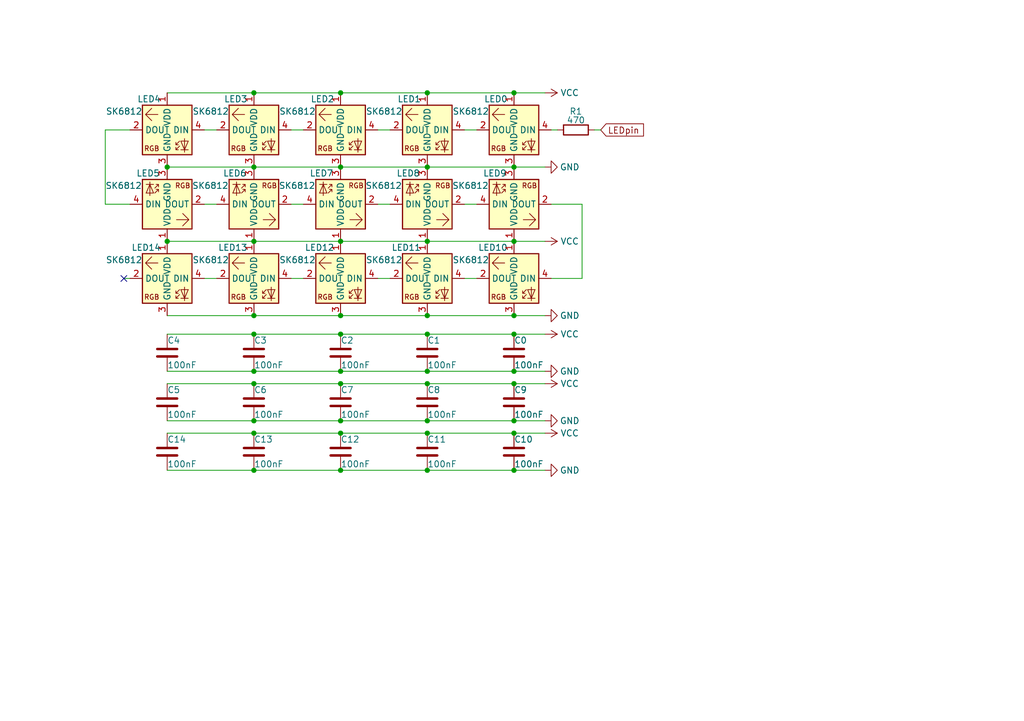
<source format=kicad_sch>
(kicad_sch (version 20211123) (generator eeschema)
  (paper "A5")
  (lib_symbols
    (symbol "Custom_Parts:DY-S352818{slash}6812-2T"
      (property "Reference" "LED" (at 1.778 6.35 0))
      (property "Value" "DY-S352818{slash}6812-2T" (at 5.08 3.81 0))
      (symbol "DY-S352818{slash}6812-2T_0_0"
        (polyline (pts (xy -4.318 -4.064) (xy -2.794 -4.064)))
        (polyline (pts (xy -3.556 -1.778) (xy -3.556 -4.572)))
        (polyline (pts (xy -4.318 -2.286) (xy -2.794 -2.286) (xy -3.556 -4.064) (xy -4.318 -2.286)))
        (polyline (pts (xy -2.54 -3.302) (xy -1.778 -4.064) (xy -2.286 -4.064) (xy -1.778 -4.064) (xy -1.778 -3.556)))
        (polyline (pts (xy -2.54 -2.286) (xy -1.778 -3.048) (xy -2.286 -3.048) (xy -1.778 -3.048) (xy -1.778 -2.54)))
        (polyline (pts (xy 1.905 3.175) (xy 4.445 3.175) (xy 3.175 1.905) (xy 4.445 3.175) (xy 3.175 4.445)))
        (text "RGB" (at 3.175 -3.81 0) (effects (font (size 1.016 1.016))))
      )
      (symbol "DY-S352818{slash}6812-2T_0_1"
        (rectangle (start 5.08 5.08) (end -5.08 -5.08) (stroke (width 0.254)) (fill (type background)))
        (pin power_in line (at 0 7.62 270) (length 2.54) (name "VDD") (number "1"))
        (pin output line (at 7.62 0 180) (length 2.54) (name "DOUT") (number "2"))
        (pin power_in line (at 0 -7.62 90) (length 2.54) (name "GND") (number "3"))
        (pin input line (at -7.62 0 0) (length 2.54) (name "DIN") (number "4"))
      )
    )
    (symbol "Device:C" (pin_numbers hide) (pin_names (offset 0.254))
      (property "Reference" "C" (at 0.635 2.54 0))
      (property "Value" "C" (at 0.635 -2.54 0))
      (symbol "C_0_1"
        (polyline (pts (xy -2.032 -0.762) (xy 2.032 -0.762)) (stroke (width 0.508)))
        (polyline (pts (xy -2.032 0.762) (xy 2.032 0.762)) (stroke (width 0.508)))
      )
      (symbol "C_1_1"
        (pin passive line (at 0 3.81 270) (length 2.794) (name "~") (number "1"))
        (pin passive line (at 0 -3.81 90) (length 2.794) (name "~") (number "2"))
      )
    )
    (symbol "Device:R" (pin_numbers hide) (pin_names (offset 0))
      (property "Reference" "R" (at 2.032 0 90))
      (property "Value" "R" (at 0 0 90))
      (symbol "R_0_1"
        (rectangle (start -1.016 -2.54) (end 1.016 2.54) (stroke (width 0.254)))
      )
      (symbol "R_1_1"
        (pin passive line (at 0 3.81 270) (length 1.27) (name "~") (number "1"))
        (pin passive line (at 0 -3.81 90) (length 1.27) (name "~") (number "2"))
      )
    )
    (symbol "power:GND" (power) (pin_names (offset 0))
      (property "Value" "GND" (at 0 -3.81 0))
      (symbol "GND_0_1"
        (polyline (pts (xy 0 0) (xy 0 -1.27) (xy 1.27 -1.27) (xy 0 -2.54) (xy -1.27 -1.27) (xy 0 -1.27)))
      )
      (symbol "GND_1_1"
        (pin power_in line (at 0 0 270) (length 0) hide (name "GND") (number "1"))
      )
    )
    (symbol "power:VCC" (power) (pin_names (offset 0))
      (property "Value" "VCC" (at 0 3.81 0))
      (symbol "VCC_0_1"
        (polyline (pts (xy -0.762 1.27) (xy 0 2.54)))
        (polyline (pts (xy 0 0) (xy 0 2.54)))
        (polyline (pts (xy 0 2.54) (xy 0.762 1.27)))
      )
      (symbol "VCC_1_1"
        (pin power_in line (at 0 0 90) (length 0) hide (name "VCC") (number "1"))
      )
    )
  )
  (junction (at 105.41 68.58))
  (junction (at 87.63 64.77))
  (junction (at 87.63 88.9))
  (junction (at 52.07 78.74))
  (junction (at 69.85 96.52))
  (junction (at 52.07 19.05))
  (junction (at 52.07 49.53))
  (junction (at 87.63 19.05))
  (junction (at 52.07 34.29))
  (junction (at 52.07 68.58))
  (junction (at 87.63 86.36))
  (junction (at 69.85 76.2))
  (junction (at 52.07 88.9))
  (junction (at 69.85 68.58))
  (junction (at 69.85 88.9))
  (junction (at 105.41 78.74))
  (junction (at 69.85 19.05))
  (junction (at 69.85 86.36))
  (junction (at 69.85 34.29))
  (junction (at 52.07 96.52))
  (junction (at 34.29 49.53))
  (junction (at 52.07 64.77))
  (junction (at 105.41 34.29))
  (junction (at 52.07 86.36))
  (junction (at 34.29 34.29))
  (junction (at 87.63 68.58))
  (junction (at 52.07 76.2))
  (junction (at 87.63 76.2))
  (junction (at 105.41 76.2))
  (junction (at 87.63 96.52))
  (junction (at 69.85 64.77))
  (junction (at 105.41 64.77))
  (junction (at 105.41 86.36))
  (junction (at 69.85 78.74))
  (junction (at 105.41 96.52))
  (junction (at 105.41 49.53))
  (junction (at 105.41 88.9))
  (junction (at 87.63 49.53))
  (junction (at 69.85 49.53))
  (junction (at 87.63 34.29))
  (junction (at 105.41 19.05))
  (junction (at 87.63 78.74))
  (no_connect (at 25.4 57.15))
  (wire (pts (xy 105.41 19.05) (xy 87.63 19.05)))
  (wire (pts (xy 59.69 41.91) (xy 62.23 41.91)))
  (wire (pts (xy 87.63 68.58) (xy 105.41 68.58)))
  (wire (pts (xy 87.63 96.52) (xy 105.41 96.52)))
  (wire (pts (xy 105.41 49.53) (xy 87.63 49.53)))
  (wire (pts (xy 113.03 57.15) (xy 119.38 57.15)))
  (wire (pts (xy 34.29 76.2) (xy 52.07 76.2)))
  (wire (pts (xy 62.23 26.67) (xy 59.69 26.67)))
  (wire (pts (xy 34.29 86.36) (xy 52.07 86.36)))
  (wire (pts (xy 69.85 88.9) (xy 87.63 88.9)))
  (wire (pts (xy 69.85 78.74) (xy 87.63 78.74)))
  (wire (pts (xy 80.01 57.15) (xy 77.47 57.15)))
  (wire (pts (xy 69.85 86.36) (xy 87.63 86.36)))
  (wire (pts (xy 69.85 34.29) (xy 52.07 34.29)))
  (wire (pts (xy 111.76 34.29) (xy 105.41 34.29)))
  (wire (pts (xy 105.41 34.29) (xy 87.63 34.29)))
  (wire (pts (xy 52.07 86.36) (xy 69.85 86.36)))
  (wire (pts (xy 105.41 88.9) (xy 111.76 88.9)))
  (wire (pts (xy 97.79 57.15) (xy 95.25 57.15)))
  (wire (pts (xy 105.41 68.58) (xy 111.76 68.58)))
  (wire (pts (xy 21.59 41.91) (xy 26.67 41.91)))
  (wire (pts (xy 34.29 78.74) (xy 52.07 78.74)))
  (wire (pts (xy 34.29 34.29) (xy 52.07 34.29)))
  (wire (pts (xy 26.67 26.67) (xy 21.59 26.67)))
  (wire (pts (xy 44.45 41.91) (xy 41.91 41.91)))
  (wire (pts (xy 87.63 19.05) (xy 69.85 19.05)))
  (wire (pts (xy 69.85 64.77) (xy 52.07 64.77)))
  (wire (pts (xy 21.59 26.67) (xy 21.59 41.91)))
  (wire (pts (xy 95.25 41.91) (xy 97.79 41.91)))
  (wire (pts (xy 105.41 76.2) (xy 111.76 76.2)))
  (wire (pts (xy 34.29 96.52) (xy 52.07 96.52)))
  (wire (pts (xy 87.63 64.77) (xy 69.85 64.77)))
  (wire (pts (xy 119.38 41.91) (xy 113.03 41.91)))
  (wire (pts (xy 111.76 64.77) (xy 105.41 64.77)))
  (wire (pts (xy 44.45 26.67) (xy 41.91 26.67)))
  (wire (pts (xy 105.41 78.74) (xy 111.76 78.74)))
  (wire (pts (xy 114.3 26.67) (xy 113.03 26.67)))
  (wire (pts (xy 87.63 88.9) (xy 105.41 88.9)))
  (wire (pts (xy 52.07 49.53) (xy 34.29 49.53)))
  (wire (pts (xy 80.01 26.67) (xy 77.47 26.67)))
  (wire (pts (xy 105.41 64.77) (xy 87.63 64.77)))
  (wire (pts (xy 97.79 26.67) (xy 95.25 26.67)))
  (wire (pts (xy 41.91 57.15) (xy 44.45 57.15)))
  (wire (pts (xy 69.85 68.58) (xy 87.63 68.58)))
  (wire (pts (xy 87.63 49.53) (xy 69.85 49.53)))
  (wire (pts (xy 52.07 96.52) (xy 69.85 96.52)))
  (wire (pts (xy 111.76 49.53) (xy 105.41 49.53)))
  (wire (pts (xy 69.85 49.53) (xy 52.07 49.53)))
  (wire (pts (xy 105.41 96.52) (xy 111.76 96.52)))
  (wire (pts (xy 123.19 26.67) (xy 121.92 26.67)))
  (wire (pts (xy 52.07 19.05) (xy 34.29 19.05)))
  (wire (pts (xy 52.07 68.58) (xy 69.85 68.58)))
  (wire (pts (xy 34.29 68.58) (xy 52.07 68.58)))
  (wire (pts (xy 69.85 76.2) (xy 87.63 76.2)))
  (wire (pts (xy 77.47 41.91) (xy 80.01 41.91)))
  (wire (pts (xy 87.63 34.29) (xy 69.85 34.29)))
  (wire (pts (xy 52.07 78.74) (xy 69.85 78.74)))
  (wire (pts (xy 87.63 86.36) (xy 105.41 86.36)))
  (wire (pts (xy 69.85 96.52) (xy 87.63 96.52)))
  (wire (pts (xy 87.63 76.2) (xy 105.41 76.2)))
  (wire (pts (xy 111.76 19.05) (xy 105.41 19.05)))
  (wire (pts (xy 25.4 57.15) (xy 26.67 57.15)))
  (wire (pts (xy 87.63 78.74) (xy 105.41 78.74)))
  (wire (pts (xy 119.38 57.15) (xy 119.38 41.91)))
  (wire (pts (xy 34.29 88.9) (xy 52.07 88.9)))
  (wire (pts (xy 69.85 19.05) (xy 52.07 19.05)))
  (wire (pts (xy 62.23 57.15) (xy 59.69 57.15)))
  (wire (pts (xy 52.07 76.2) (xy 69.85 76.2)))
  (wire (pts (xy 105.41 86.36) (xy 111.76 86.36)))
  (wire (pts (xy 52.07 64.77) (xy 34.29 64.77)))
  (wire (pts (xy 52.07 88.9) (xy 69.85 88.9)))
  (global_label "LEDpin" (shape input) (at 123.19 26.67 0) (property "Intersheet References" "${INTERSHEET_REFS}" (effects hide)))
  (symbol (lib_id "Custom_Parts:DY-S352818{slash}6812-2T") (at 52.07 57.15 0) (mirror y) (unit 1)
    (property "Reference" "LED13" (at 50.8 50.8 0) (effects (justify left)))
    (property "Value" "SK6812" (at 46.99 53.34 0) (effects (justify left)))
    (property "Footprint" "Custom_Parts:DY-S352818-6812-2T" (effects hide))
    (property "Datasheet" "https://www.lcsc.com/product-detail/C524051.html" (effects hide))
    (property "Part#" "C524051" (effects hide))
    (property "Supplier" "LCSC" (effects hide))
  )
  (symbol (lib_id "Custom_Parts:DY-S352818{slash}6812-2T") (at 52.07 41.91 0) (mirror x) (unit 1)
    (property "Reference" "LED6" (at 45.72 35.56 0) (effects (justify left)))
    (property "Value" "SK6812" (at 39.37 38.1 0) (effects (justify left)))
    (property "Footprint" "Custom_Parts:DY-S352818-6812-2T" (effects hide))
    (property "Datasheet" "https://www.lcsc.com/product-detail/C524051.html" (effects hide))
    (property "Part#" "C524051" (effects hide))
    (property "Supplier" "LCSC" (effects hide))
  )
  (symbol (lib_id "Device:C") (at 87.63 82.55 0) (unit 1)
    (property "Reference" "C8" (at 87.63 80.01 0) (effects (justify left)))
    (property "Value" "100nF" (at 87.63 85.09 0) (effects (justify left)))
    (property "Footprint" "Capacitor_SMD:C_0603_1608Metric_Pad1.08x0.95mm_HandSolder" (effects hide))
    (property "Datasheet" "https://www.lcsc.com/product-detail/C694249.html" (effects hide))
    (property "Part#" "C694249" (effects hide))
    (property "Supplier" "LCSC" (effects hide))
  )
  (symbol (lib_id "Custom_Parts:DY-S352818{slash}6812-2T") (at 87.63 26.67 0) (mirror y) (unit 1)
    (property "Reference" "LED1" (at 86.36 20.32 0) (effects (justify left)))
    (property "Value" "SK6812" (at 82.55 22.86 0) (effects (justify left)))
    (property "Footprint" "Custom_Parts:DY-S352818-6812-2T" (effects hide))
    (property "Datasheet" "https://www.lcsc.com/product-detail/C524051.html" (effects hide))
    (property "Part#" "C524051" (effects hide))
    (property "Supplier" "LCSC" (effects hide))
  )
  (symbol (lib_id "Device:C") (at 52.07 72.39 0) (unit 1)
    (property "Reference" "C3" (at 52.07 69.85 0) (effects (justify left)))
    (property "Value" "100nF" (at 52.07 74.93 0) (effects (justify left)))
    (property "Footprint" "Capacitor_SMD:C_0603_1608Metric_Pad1.08x0.95mm_HandSolder" (effects hide))
    (property "Datasheet" "https://www.lcsc.com/product-detail/C694249.html" (effects hide))
    (property "Part#" "C694249" (effects hide))
    (property "Supplier" "LCSC" (effects hide))
  )
  (symbol (lib_id "Device:C") (at 105.41 72.39 0) (unit 1)
    (property "Reference" "C0" (at 105.41 69.85 0) (effects (justify left)))
    (property "Value" "100nF" (at 105.41 74.93 0) (effects (justify left)))
    (property "Footprint" "Capacitor_SMD:C_0603_1608Metric_Pad1.08x0.95mm_HandSolder" (effects hide))
    (property "Datasheet" "https://www.lcsc.com/product-detail/C694249.html" (effects hide))
    (property "Part#" "C694249" (effects hide))
    (property "Supplier" "LCSC" (effects hide))
  )
  (symbol (lib_id "Custom_Parts:DY-S352818{slash}6812-2T") (at 87.63 57.15 0) (mirror y) (unit 1)
    (property "Reference" "LED11" (at 86.36 50.8 0) (effects (justify left)))
    (property "Value" "SK6812" (at 82.55 53.34 0) (effects (justify left)))
    (property "Footprint" "Custom_Parts:DY-S352818-6812-2T" (effects hide))
    (property "Datasheet" "https://www.lcsc.com/product-detail/C524051.html" (effects hide))
    (property "Part#" "C524051" (effects hide))
    (property "Supplier" "LCSC" (effects hide))
  )
  (symbol (lib_id "power:GND") (at 111.76 34.29 90) (mirror x) (unit 1)
    (property "Reference" "#PWR?" (effects hide))
    (property "Value" "GND" (at 116.84 34.29 90))
  )
  (symbol (lib_id "Custom_Parts:DY-S352818{slash}6812-2T") (at 87.63 41.91 0) (mirror x) (unit 1)
    (property "Reference" "LED8" (at 81.28 35.56 0) (effects (justify left)))
    (property "Value" "SK6812" (at 74.93 38.1 0) (effects (justify left)))
    (property "Footprint" "Custom_Parts:DY-S352818-6812-2T" (effects hide))
    (property "Datasheet" "https://www.lcsc.com/product-detail/C524051.html" (effects hide))
    (property "Part#" "C524051" (effects hide))
    (property "Supplier" "LCSC" (effects hide))
  )
  (symbol (lib_id "Device:C") (at 87.63 72.39 0) (unit 1)
    (property "Reference" "C1" (at 87.63 69.85 0) (effects (justify left)))
    (property "Value" "100nF" (at 87.63 74.93 0) (effects (justify left)))
    (property "Footprint" "Capacitor_SMD:C_0603_1608Metric_Pad1.08x0.95mm_HandSolder" (effects hide))
    (property "Datasheet" "https://www.lcsc.com/product-detail/C694249.html" (effects hide))
    (property "Part#" "C694249" (effects hide))
    (property "Supplier" "LCSC" (effects hide))
  )
  (symbol (lib_id "Device:C") (at 52.07 82.55 0) (unit 1)
    (property "Reference" "C6" (at 52.07 80.01 0) (effects (justify left)))
    (property "Value" "100nF" (at 52.07 85.09 0) (effects (justify left)))
    (property "Footprint" "Capacitor_SMD:C_0603_1608Metric_Pad1.08x0.95mm_HandSolder" (effects hide))
    (property "Datasheet" "https://www.lcsc.com/product-detail/C694249.html" (effects hide))
    (property "Part#" "C694249" (effects hide))
    (property "Supplier" "LCSC" (effects hide))
  )
  (symbol (lib_id "Device:C") (at 105.41 82.55 0) (unit 1)
    (property "Reference" "C9" (at 105.41 80.01 0) (effects (justify left)))
    (property "Value" "100nF" (at 105.41 85.09 0) (effects (justify left)))
    (property "Footprint" "Capacitor_SMD:C_0603_1608Metric_Pad1.08x0.95mm_HandSolder" (effects hide))
    (property "Datasheet" "https://www.lcsc.com/product-detail/C694249.html" (effects hide))
    (property "Part#" "C694249" (effects hide))
    (property "Supplier" "LCSC" (effects hide))
  )
  (symbol (lib_id "Device:C") (at 34.29 92.71 0) (unit 1)
    (property "Reference" "C14" (at 34.29 90.17 0) (effects (justify left)))
    (property "Value" "100nF" (at 34.29 95.25 0) (effects (justify left)))
    (property "Footprint" "Capacitor_SMD:C_0603_1608Metric_Pad1.08x0.95mm_HandSolder" (effects hide))
    (property "Datasheet" "https://www.lcsc.com/product-detail/C694249.html" (effects hide))
    (property "Part#" "C694249" (effects hide))
    (property "Supplier" "LCSC" (effects hide))
  )
  (symbol (lib_id "Custom_Parts:DY-S352818{slash}6812-2T") (at 69.85 41.91 0) (mirror x) (unit 1)
    (property "Reference" "LED7" (at 63.5 35.56 0) (effects (justify left)))
    (property "Value" "SK6812" (at 57.15 38.1 0) (effects (justify left)))
    (property "Footprint" "Custom_Parts:DY-S352818-6812-2T" (effects hide))
    (property "Datasheet" "https://www.lcsc.com/product-detail/C524051.html" (effects hide))
    (property "Part#" "C524051" (effects hide))
    (property "Supplier" "LCSC" (effects hide))
  )
  (symbol (lib_id "Device:R") (at 118.11 26.67 90) (mirror x) (unit 1)
    (property "Reference" "R1" (at 118.11 22.86 90))
    (property "Value" "470" (at 118.11 25.4 90) (effects (justify bottom)))
    (property "Footprint" "Resistor_SMD:R_0603_1608Metric_Pad0.98x0.95mm_HandSolder" (effects hide))
    (property "Datasheet" "https://www.lcsc.com/product-detail/C23179.html" (effects hide))
    (property "Part#" "C23179" (effects hide))
    (property "Supplier" "LCSC" (effects hide))
  )
  (symbol (lib_id "power:VCC") (at 111.76 49.53 270) (mirror x) (unit 1)
    (property "Reference" "#PWR?" (effects hide))
    (property "Value" "VCC" (at 116.84 49.53 90))
  )
  (symbol (lib_id "power:VCC") (at 111.76 68.58 270) (unit 1)
    (property "Reference" "#PWR?" (effects hide))
    (property "Value" "VCC" (at 116.84 68.58 90))
  )
  (symbol (lib_id "Custom_Parts:DY-S352818{slash}6812-2T") (at 105.41 26.67 0) (mirror y) (unit 1)
    (property "Reference" "LED0" (at 104.14 20.32 0) (effects (justify left)))
    (property "Value" "SK6812" (at 100.33 22.86 0) (effects (justify left)))
    (property "Footprint" "Custom_Parts:DY-S352818-6812-2T" (effects hide))
    (property "Datasheet" "https://www.lcsc.com/product-detail/C524051.html" (effects hide))
    (property "Part#" "C524051" (effects hide))
    (property "Supplier" "LCSC" (effects hide))
  )
  (symbol (lib_id "Device:C") (at 34.29 72.39 0) (unit 1)
    (property "Reference" "C4" (at 34.29 69.85 0) (effects (justify left)))
    (property "Value" "100nF" (at 34.29 74.93 0) (effects (justify left)))
    (property "Footprint" "Capacitor_SMD:C_0603_1608Metric_Pad1.08x0.95mm_HandSolder" (effects hide))
    (property "Datasheet" "https://www.lcsc.com/product-detail/C694249.html" (effects hide))
    (property "Part#" "C694249" (effects hide))
    (property "Supplier" "LCSC" (effects hide))
  )
  (symbol (lib_id "power:VCC") (at 111.76 78.74 270) (unit 1)
    (property "Reference" "#PWR?" (effects hide))
    (property "Value" "VCC" (at 116.84 78.74 90))
  )
  (symbol (lib_id "power:GND") (at 111.76 86.36 90) (unit 1)
    (property "Reference" "#PWR?" (effects hide))
    (property "Value" "GND" (at 116.84 86.36 90))
  )
  (symbol (lib_id "power:GND") (at 111.76 96.52 90) (unit 1)
    (property "Reference" "#PWR?" (effects hide))
    (property "Value" "GND" (at 116.84 96.52 90))
  )
  (symbol (lib_id "Device:C") (at 69.85 72.39 0) (unit 1)
    (property "Reference" "C2" (at 69.85 69.85 0) (effects (justify left)))
    (property "Value" "100nF" (at 69.85 74.93 0) (effects (justify left)))
    (property "Footprint" "Capacitor_SMD:C_0603_1608Metric_Pad1.08x0.95mm_HandSolder" (effects hide))
    (property "Datasheet" "https://www.lcsc.com/product-detail/C694249.html" (effects hide))
    (property "Part#" "C694249" (effects hide))
    (property "Supplier" "LCSC" (effects hide))
  )
  (symbol (lib_id "Device:C") (at 34.29 82.55 0) (unit 1)
    (property "Reference" "C5" (at 34.29 80.01 0) (effects (justify left)))
    (property "Value" "100nF" (at 34.29 85.09 0) (effects (justify left)))
    (property "Footprint" "Capacitor_SMD:C_0603_1608Metric_Pad1.08x0.95mm_HandSolder" (effects hide))
    (property "Datasheet" "https://www.lcsc.com/product-detail/C694249.html" (effects hide))
    (property "Part#" "C694249" (effects hide))
    (property "Supplier" "LCSC" (effects hide))
  )
  (symbol (lib_id "power:VCC") (at 111.76 88.9 270) (unit 1)
    (property "Reference" "#PWR?" (effects hide))
    (property "Value" "VCC" (at 116.84 88.9 90))
  )
  (symbol (lib_id "Device:C") (at 69.85 82.55 0) (unit 1)
    (property "Reference" "C7" (at 69.85 80.01 0) (effects (justify left)))
    (property "Value" "100nF" (at 69.85 85.09 0) (effects (justify left)))
    (property "Footprint" "Capacitor_SMD:C_0603_1608Metric_Pad1.08x0.95mm_HandSolder" (effects hide))
    (property "Datasheet" "https://www.lcsc.com/product-detail/C694249.html" (effects hide))
    (property "Part#" "C694249" (effects hide))
    (property "Supplier" "LCSC" (effects hide))
  )
  (symbol (lib_id "Device:C") (at 52.07 92.71 0) (unit 1)
    (property "Reference" "C13" (at 52.07 90.17 0) (effects (justify left)))
    (property "Value" "100nF" (at 52.07 95.25 0) (effects (justify left)))
    (property "Footprint" "Capacitor_SMD:C_0603_1608Metric_Pad1.08x0.95mm_HandSolder" (effects hide))
    (property "Datasheet" "https://www.lcsc.com/product-detail/C694249.html" (effects hide))
    (property "Part#" "C694249" (effects hide))
    (property "Supplier" "LCSC" (effects hide))
  )
  (symbol (lib_id "Custom_Parts:DY-S352818{slash}6812-2T") (at 105.41 57.15 0) (mirror y) (unit 1)
    (property "Reference" "LED10" (at 104.14 50.8 0) (effects (justify left)))
    (property "Value" "SK6812" (at 100.33 53.34 0) (effects (justify left)))
    (property "Footprint" "Custom_Parts:DY-S352818-6812-2T" (effects hide))
    (property "Datasheet" "https://www.lcsc.com/product-detail/C524051.html" (effects hide))
    (property "Part#" "C524051" (effects hide))
    (property "Supplier" "LCSC" (effects hide))
  )
  (symbol (lib_id "Device:C") (at 69.85 92.71 0) (unit 1)
    (property "Reference" "C12" (at 69.85 90.17 0) (effects (justify left)))
    (property "Value" "100nF" (at 69.85 95.25 0) (effects (justify left)))
    (property "Footprint" "Capacitor_SMD:C_0603_1608Metric_Pad1.08x0.95mm_HandSolder" (effects hide))
    (property "Datasheet" "https://www.lcsc.com/product-detail/C694249.html" (effects hide))
    (property "Part#" "C694249" (effects hide))
    (property "Supplier" "LCSC" (effects hide))
  )
  (symbol (lib_id "Custom_Parts:DY-S352818{slash}6812-2T") (at 34.29 41.91 0) (mirror x) (unit 1)
    (property "Reference" "LED5" (at 27.94 35.56 0) (effects (justify left)))
    (property "Value" "SK6812" (at 21.59 38.1 0) (effects (justify left)))
    (property "Footprint" "Custom_Parts:DY-S352818-6812-2T" (effects hide))
    (property "Datasheet" "https://www.lcsc.com/product-detail/C524051.html" (effects hide))
    (property "Part#" "C524051" (effects hide))
    (property "Supplier" "LCSC" (effects hide))
  )
  (symbol (lib_id "Custom_Parts:DY-S352818{slash}6812-2T") (at 34.29 57.15 0) (mirror y) (unit 1)
    (property "Reference" "LED14" (at 33.02 50.8 0) (effects (justify left)))
    (property "Value" "SK6812" (at 29.21 53.34 0) (effects (justify left)))
    (property "Footprint" "Custom_Parts:DY-S352818-6812-2T" (effects hide))
    (property "Datasheet" "https://www.lcsc.com/product-detail/C524051.html" (effects hide))
    (property "Part#" "C524051" (effects hide))
    (property "Supplier" "LCSC" (effects hide))
  )
  (symbol (lib_id "Device:C") (at 105.41 92.71 0) (unit 1)
    (property "Reference" "C10" (at 105.41 90.17 0) (effects (justify left)))
    (property "Value" "100nF" (at 105.41 95.25 0) (effects (justify left)))
    (property "Footprint" "Capacitor_SMD:C_0603_1608Metric_Pad1.08x0.95mm_HandSolder" (effects hide))
    (property "Datasheet" "https://www.lcsc.com/product-detail/C694249.html" (effects hide))
    (property "Part#" "C694249" (effects hide))
    (property "Supplier" "LCSC" (effects hide))
  )
  (symbol (lib_id "power:VCC") (at 111.76 19.05 270) (mirror x) (unit 1)
    (property "Reference" "#PWR?" (effects hide))
    (property "Value" "VCC" (at 116.84 19.05 90))
  )
  (symbol (lib_id "Custom_Parts:DY-S352818{slash}6812-2T") (at 52.07 26.67 0) (mirror y) (unit 1)
    (property "Reference" "LED3" (at 50.8 20.32 0) (effects (justify left)))
    (property "Value" "SK6812" (at 46.99 22.86 0) (effects (justify left)))
    (property "Footprint" "Custom_Parts:DY-S352818-6812-2T" (effects hide))
    (property "Datasheet" "https://www.lcsc.com/product-detail/C524051.html" (effects hide))
    (property "Part#" "C524051" (effects hide))
    (property "Supplier" "LCSC" (effects hide))
  )
  (symbol (lib_id "power:GND") (at 111.76 64.77 90) (mirror x) (unit 1)
    (property "Reference" "#PWR?" (effects hide))
    (property "Value" "GND" (at 116.84 64.77 90))
  )
  (symbol (lib_id "Custom_Parts:DY-S352818{slash}6812-2T") (at 69.85 57.15 0) (mirror y) (unit 1)
    (property "Reference" "LED12" (at 68.58 50.8 0) (effects (justify left)))
    (property "Value" "SK6812" (at 64.77 53.34 0) (effects (justify left)))
    (property "Footprint" "Custom_Parts:DY-S352818-6812-2T" (effects hide))
    (property "Datasheet" "https://www.lcsc.com/product-detail/C524051.html" (effects hide))
    (property "Part#" "C524051" (effects hide))
    (property "Supplier" "LCSC" (effects hide))
  )
  (symbol (lib_id "Custom_Parts:DY-S352818{slash}6812-2T") (at 69.85 26.67 0) (mirror y) (unit 1)
    (property "Reference" "LED2" (at 68.58 20.32 0) (effects (justify left)))
    (property "Value" "SK6812" (at 64.77 22.86 0) (effects (justify left)))
    (property "Footprint" "Custom_Parts:DY-S352818-6812-2T" (effects hide))
    (property "Datasheet" "https://www.lcsc.com/product-detail/C524051.html" (effects hide))
    (property "Part#" "C524051" (effects hide))
    (property "Supplier" "LCSC" (effects hide))
  )
  (symbol (lib_id "Device:C") (at 87.63 92.71 0) (unit 1)
    (property "Reference" "C11" (at 87.63 90.17 0) (effects (justify left)))
    (property "Value" "100nF" (at 87.63 95.25 0) (effects (justify left)))
    (property "Footprint" "Capacitor_SMD:C_0603_1608Metric_Pad1.08x0.95mm_HandSolder" (effects hide))
    (property "Datasheet" "https://www.lcsc.com/product-detail/C694249.html" (effects hide))
    (property "Part#" "C694249" (effects hide))
    (property "Supplier" "LCSC" (effects hide))
  )
  (symbol (lib_id "Custom_Parts:DY-S352818{slash}6812-2T") (at 105.41 41.91 0) (mirror x) (unit 1)
    (property "Reference" "LED9" (at 99.06 35.56 0) (effects (justify left)))
    (property "Value" "SK6812" (at 92.71 38.1 0) (effects (justify left)))
    (property "Footprint" "Custom_Parts:DY-S352818-6812-2T" (effects hide))
    (property "Datasheet" "https://www.lcsc.com/product-detail/C524051.html" (effects hide))
    (property "Part#" "C524051" (effects hide))
    (property "Supplier" "LCSC" (effects hide))
  )
  (symbol (lib_id "power:GND") (at 111.76 76.2 90) (unit 1)
    (property "Reference" "#PWR?" (effects hide))
    (property "Value" "GND" (at 116.84 76.2 90))
  )
  (symbol (lib_id "Custom_Parts:DY-S352818{slash}6812-2T") (at 34.29 26.67 0) (mirror y) (unit 1)
    (property "Reference" "LED4" (at 33.02 20.32 0) (effects (justify left)))
    (property "Value" "SK6812" (at 29.21 22.86 0) (effects (justify left)))
    (property "Footprint" "Custom_Parts:DY-S352818-6812-2T" (effects hide))
    (property "Datasheet" "https://www.lcsc.com/product-detail/C524051.html" (effects hide))
    (property "Part#" "C524051" (effects hide))
    (property "Supplier" "LCSC" (effects hide))
  )
)
</source>
